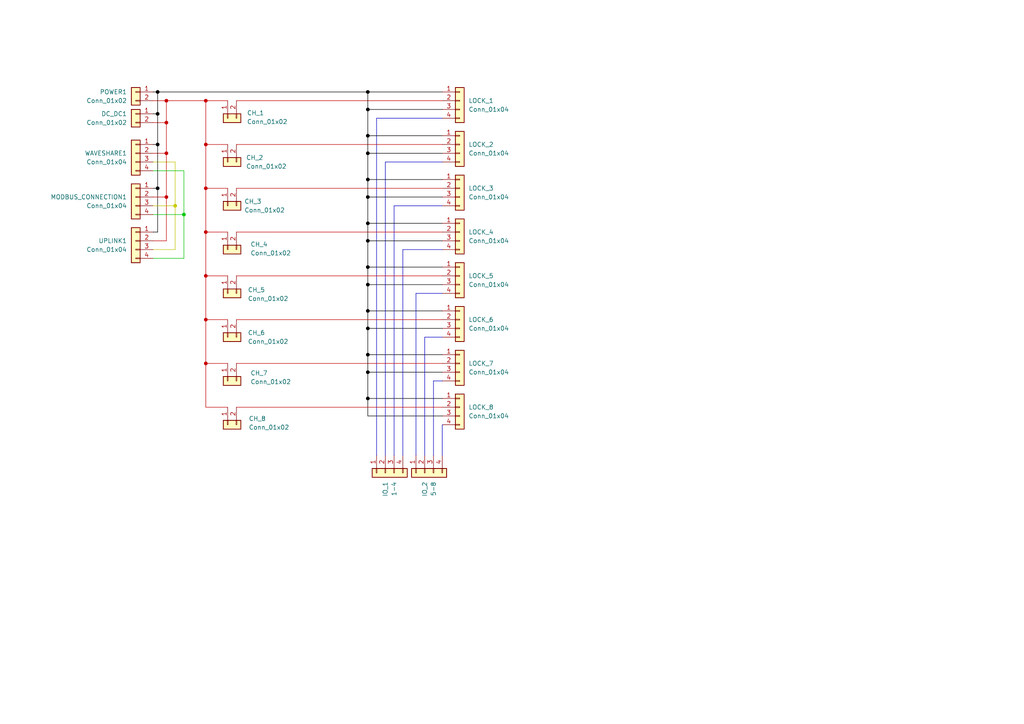
<source format=kicad_sch>
(kicad_sch (version 20250114) (generator "eeschema") (generator_version "9.0")
  (paper "A4")
  (lib_symbols
    (symbol "Connector_Generic:Conn_01x02" (pin_names (offset 1.016) (hide yes))
      (property "Reference" "J" (at 0 2.54 0))
      (property "Value" "Conn_01x02" (at 0 -5.08 0))
      (symbol "Conn_01x02_1_1"
        (rectangle (start -1.27 1.27) (end 1.27 -3.81) (stroke (width 0.254)) (fill (type background)))
        (rectangle (start -1.27 0.127) (end 0 -0.127) (stroke (width 0.1524)))
        (rectangle (start -1.27 -2.413) (end 0 -2.667) (stroke (width 0.1524)))
        (pin passive line (at -5.08 0 0) (length 3.81) (name "Pin_1") (number "1"))
        (pin passive line (at -5.08 -2.54 0) (length 3.81) (name "Pin_2") (number "2"))
      )
    )
    (symbol "Connector_Generic:Conn_01x04" (pin_names (offset 1.016) (hide yes))
      (property "Reference" "J" (at 0 5.08 0))
      (property "Value" "Conn_01x04" (at 0 -7.62 0))
      (symbol "Conn_01x04_1_1"
        (rectangle (start -1.27 3.81) (end 1.27 -6.35) (stroke (width 0.254)) (fill (type background)))
        (rectangle (start -1.27 2.667) (end 0 2.413) (stroke (width 0.1524)))
        (rectangle (start -1.27 0.127) (end 0 -0.127) (stroke (width 0.1524)))
        (rectangle (start -1.27 -2.413) (end 0 -2.667) (stroke (width 0.1524)))
        (rectangle (start -1.27 -4.953) (end 0 -5.207) (stroke (width 0.1524)))
        (pin passive line (at -5.08 2.54 0) (length 3.81) (name "Pin_1") (number "1"))
        (pin passive line (at -5.08 0 0) (length 3.81) (name "Pin_2") (number "2"))
        (pin passive line (at -5.08 -2.54 0) (length 3.81) (name "Pin_3") (number "3"))
        (pin passive line (at -5.08 -5.08 0) (length 3.81) (name "Pin_4") (number "4"))
      )
    )
  )
  (junction (at 59.69 41.91) (color 194 0 0 1))
  (junction (at 106.68 64.77) (color 0 0 0 1))
  (junction (at 106.68 39.37) (color 0 0 0 1))
  (junction (at 48.26 29.21) (color 194 0 0 1))
  (junction (at 106.68 69.85) (color 0 0 0 1))
  (junction (at 45.72 33.02) (color 0 0 0 1))
  (junction (at 59.69 54.61) (color 194 0 0 1))
  (junction (at 48.26 44.45) (color 194 0 0 1))
  (junction (at 53.34 62.23) (color 0 194 0 1))
  (junction (at 45.72 54.61) (color 0 0 0 1))
  (junction (at 50.8 59.69) (color 194 194 0 1))
  (junction (at 59.69 67.31) (color 194 0 0 1))
  (junction (at 45.72 41.91) (color 0 0 0 1))
  (junction (at 106.68 115.57) (color 0 0 0 1))
  (junction (at 48.26 57.15) (color 194 0 0 1))
  (junction (at 59.69 29.21) (color 194 0 0 1))
  (junction (at 106.68 77.47) (color 0 0 0 1))
  (junction (at 48.26 35.56) (color 194 0 0 1))
  (junction (at 106.68 82.55) (color 0 0 0 1))
  (junction (at 106.68 102.87) (color 0 0 0 1))
  (junction (at 59.69 105.41) (color 194 0 0 1))
  (junction (at 106.68 107.95) (color 0 0 0 1))
  (junction (at 59.69 92.71) (color 194 0 0 1))
  (junction (at 106.68 52.07) (color 0 0 0 1))
  (junction (at 45.72 26.67) (color 0 0 0 1))
  (junction (at 106.68 57.15) (color 0 0 0 1))
  (junction (at 106.68 90.17) (color 0 0 0 1))
  (junction (at 106.68 95.25) (color 0 0 0 1))
  (junction (at 59.69 80.01) (color 194 0 0 1))
  (junction (at 106.68 31.75) (color 0 0 0 1))
  (junction (at 106.68 44.45) (color 0 0 0 1))
  (junction (at 106.68 26.67) (color 0 0 0 1))
  (wire (pts (xy 68.58 54.61) (xy 128.27 54.61)) (stroke (width 0) (color 194 0 0 1)))
  (wire (pts (xy 120.65 132.08) (xy 120.65 85.09)) (stroke (width 0) (color 0 0 194 1)))
  (wire (pts (xy 128.27 52.07) (xy 106.68 52.07)) (stroke (width 0) (color 0 0 0 1)))
  (wire (pts (xy 48.26 29.21) (xy 59.69 29.21)) (stroke (width 0) (color 194 0 0 1)))
  (wire (pts (xy 53.34 62.23) (xy 44.45 62.23)) (stroke (width 0) (color 0 194 0 1)))
  (wire (pts (xy 106.68 90.17) (xy 106.68 82.55)) (stroke (width 0) (color 0 0 0 1)))
  (wire (pts (xy 106.68 95.25) (xy 106.68 90.17)) (stroke (width 0) (color 0 0 0 1)))
  (wire (pts (xy 106.68 77.47) (xy 106.68 69.85)) (stroke (width 0) (color 0 0 0 1)))
  (wire (pts (xy 106.68 120.65) (xy 106.68 115.57)) (stroke (width 0) (color 0 0 0 1)))
  (wire (pts (xy 44.45 46.99) (xy 50.8 46.99)) (stroke (width 0) (color 194 194 0 1)))
  (wire (pts (xy 66.04 41.91) (xy 59.69 41.91)) (stroke (width 0) (color 194 0 0 1)))
  (wire (pts (xy 116.84 132.08) (xy 116.84 72.39)) (stroke (width 0) (color 0 0 194 1)))
  (wire (pts (xy 106.68 44.45) (xy 106.68 39.37)) (stroke (width 0) (color 0 0 0 1)))
  (wire (pts (xy 44.45 35.56) (xy 48.26 35.56)) (stroke (width 0) (color 194 0 0 1)))
  (wire (pts (xy 116.84 72.39) (xy 128.27 72.39)) (stroke (width 0) (color 0 0 194 1)))
  (wire (pts (xy 106.68 39.37) (xy 106.68 31.75)) (stroke (width 0) (color 0 0 0 1)))
  (wire (pts (xy 106.68 69.85) (xy 128.27 69.85)) (stroke (width 0) (color 0 0 0 1)))
  (wire (pts (xy 44.45 54.61) (xy 45.72 54.61)) (stroke (width 0) (color 0 0 0 1)))
  (wire (pts (xy 106.68 115.57) (xy 106.68 107.95)) (stroke (width 0) (color 0 0 0 1)))
  (wire (pts (xy 53.34 62.23) (xy 53.34 74.93)) (stroke (width 0) (color 0 194 0 1)))
  (wire (pts (xy 128.27 90.17) (xy 106.68 90.17)) (stroke (width 0) (color 0 0 0 1)))
  (wire (pts (xy 50.8 59.69) (xy 44.45 59.69)) (stroke (width 0) (color 194 194 0 1)))
  (wire (pts (xy 45.72 54.61) (xy 45.72 41.91)) (stroke (width 0) (color 0 0 0 1)))
  (wire (pts (xy 68.58 41.91) (xy 128.27 41.91)) (stroke (width 0) (color 194 0 0 1)))
  (wire (pts (xy 44.45 49.53) (xy 53.34 49.53)) (stroke (width 0) (color 0 194 0 1)))
  (wire (pts (xy 106.68 69.85) (xy 106.68 64.77)) (stroke (width 0) (color 0 0 0 1)))
  (wire (pts (xy 109.22 34.29) (xy 128.27 34.29)) (stroke (width 0) (color 0 0 194 1)))
  (wire (pts (xy 106.68 31.75) (xy 106.68 26.67)) (stroke (width 0) (color 0 0 0 1)))
  (wire (pts (xy 44.45 69.85) (xy 48.26 69.85)) (stroke (width 0) (color 194 0 0 1)))
  (wire (pts (xy 128.27 132.08) (xy 128.27 123.19)) (stroke (width 0) (color 0 0 194 1)))
  (wire (pts (xy 106.68 57.15) (xy 128.27 57.15)) (stroke (width 0) (color 0 0 0 1)))
  (wire (pts (xy 68.58 67.31) (xy 128.27 67.31)) (stroke (width 0) (color 194 0 0 1)))
  (wire (pts (xy 50.8 72.39) (xy 50.8 59.69)) (stroke (width 0) (color 194 194 0 1)))
  (wire (pts (xy 45.72 26.67) (xy 106.68 26.67)) (stroke (width 0) (color 0 0 0 1)))
  (wire (pts (xy 106.68 52.07) (xy 106.68 44.45)) (stroke (width 0) (color 0 0 0 1)))
  (wire (pts (xy 48.26 57.15) (xy 48.26 44.45)) (stroke (width 0) (color 194 0 0 1)))
  (wire (pts (xy 120.65 85.09) (xy 128.27 85.09)) (stroke (width 0) (color 0 0 194 1)))
  (wire (pts (xy 106.68 107.95) (xy 106.68 102.87)) (stroke (width 0) (color 0 0 0 1)))
  (wire (pts (xy 106.68 64.77) (xy 106.68 57.15)) (stroke (width 0) (color 0 0 0 1)))
  (wire (pts (xy 59.69 92.71) (xy 59.69 80.01)) (stroke (width 0) (color 194 0 0 1)))
  (wire (pts (xy 59.69 54.61) (xy 59.69 41.91)) (stroke (width 0) (color 194 0 0 1)))
  (wire (pts (xy 128.27 105.41) (xy 68.58 105.41)) (stroke (width 0) (color 194 0 0 1)))
  (wire (pts (xy 123.19 97.79) (xy 123.19 132.08)) (stroke (width 0) (color 0 0 194 1)))
  (wire (pts (xy 68.58 92.71) (xy 128.27 92.71)) (stroke (width 0) (color 194 0 0 1)))
  (wire (pts (xy 66.04 92.71) (xy 59.69 92.71)) (stroke (width 0) (color 194 0 0 1)))
  (wire (pts (xy 106.68 102.87) (xy 106.68 95.25)) (stroke (width 0) (color 0 0 0 1)))
  (wire (pts (xy 59.69 41.91) (xy 59.69 29.21)) (stroke (width 0) (color 194 0 0 1)))
  (wire (pts (xy 59.69 118.11) (xy 59.69 105.41)) (stroke (width 0) (color 194 0 0 1)))
  (wire (pts (xy 106.68 26.67) (xy 128.27 26.67)) (stroke (width 0) (color 0 0 0 1)))
  (wire (pts (xy 106.68 107.95) (xy 128.27 107.95)) (stroke (width 0) (color 0 0 0 1)))
  (wire (pts (xy 109.22 132.08) (xy 109.22 34.29)) (stroke (width 0) (color 0 0 194 1)))
  (wire (pts (xy 111.76 132.08) (xy 111.76 46.99)) (stroke (width 0) (color 0 0 194 1)))
  (wire (pts (xy 53.34 49.53) (xy 53.34 62.23)) (stroke (width 0) (color 0 194 0 1)))
  (wire (pts (xy 59.69 105.41) (xy 59.69 92.71)) (stroke (width 0) (color 194 0 0 1)))
  (wire (pts (xy 44.45 26.67) (xy 45.72 26.67)) (stroke (width 0) (color 0 0 0 1)))
  (wire (pts (xy 68.58 29.21) (xy 128.27 29.21)) (stroke (width 0) (color 194 0 0 1)))
  (wire (pts (xy 128.27 64.77) (xy 106.68 64.77)) (stroke (width 0) (color 0 0 0 1)))
  (wire (pts (xy 44.45 57.15) (xy 48.26 57.15)) (stroke (width 0) (color 194 0 0 1)))
  (wire (pts (xy 44.45 74.93) (xy 53.34 74.93)) (stroke (width 0) (color 0 194 0 1)))
  (wire (pts (xy 66.04 54.61) (xy 59.69 54.61)) (stroke (width 0) (color 194 0 0 1)))
  (wire (pts (xy 45.72 33.02) (xy 45.72 26.67)) (stroke (width 0) (color 0 0 0 1)))
  (wire (pts (xy 128.27 115.57) (xy 106.68 115.57)) (stroke (width 0) (color 0 0 0 1)))
  (wire (pts (xy 44.45 29.21) (xy 48.26 29.21)) (stroke (width 0) (color 194 0 0 1)))
  (wire (pts (xy 114.3 59.69) (xy 128.27 59.69)) (stroke (width 0) (color 0 0 194 1)))
  (wire (pts (xy 44.45 67.31) (xy 45.72 67.31)) (stroke (width 0) (color 0 0 0 1)))
  (wire (pts (xy 59.69 29.21) (xy 66.04 29.21)) (stroke (width 0) (color 194 0 0 1)))
  (wire (pts (xy 59.69 67.31) (xy 59.69 54.61)) (stroke (width 0) (color 194 0 0 1)))
  (wire (pts (xy 106.68 31.75) (xy 128.27 31.75)) (stroke (width 0) (color 0 0 0 1)))
  (wire (pts (xy 66.04 118.11) (xy 59.69 118.11)) (stroke (width 0) (color 194 0 0 1)))
  (wire (pts (xy 128.27 39.37) (xy 106.68 39.37)) (stroke (width 0) (color 0 0 0 1)))
  (wire (pts (xy 66.04 105.41) (xy 59.69 105.41)) (stroke (width 0) (color 194 0 0 1)))
  (wire (pts (xy 44.45 72.39) (xy 50.8 72.39)) (stroke (width 0) (color 194 194 0 1)))
  (wire (pts (xy 68.58 118.11) (xy 128.27 118.11)) (stroke (width 0) (color 194 0 0 1)))
  (wire (pts (xy 48.26 44.45) (xy 48.26 35.56)) (stroke (width 0) (color 194 0 0 1)))
  (wire (pts (xy 45.72 41.91) (xy 45.72 33.02)) (stroke (width 0) (color 0 0 0 1)))
  (wire (pts (xy 106.68 82.55) (xy 128.27 82.55)) (stroke (width 0) (color 0 0 0 1)))
  (wire (pts (xy 50.8 46.99) (xy 50.8 59.69)) (stroke (width 0) (color 194 194 0 1)))
  (wire (pts (xy 48.26 35.56) (xy 48.26 29.21)) (stroke (width 0) (color 194 0 0 1)))
  (wire (pts (xy 106.68 95.25) (xy 128.27 95.25)) (stroke (width 0) (color 0 0 0 1)))
  (wire (pts (xy 114.3 132.08) (xy 114.3 59.69)) (stroke (width 0) (color 0 0 194 1)))
  (wire (pts (xy 128.27 120.65) (xy 106.68 120.65)) (stroke (width 0) (color 0 0 0 1)))
  (wire (pts (xy 106.68 57.15) (xy 106.68 52.07)) (stroke (width 0) (color 0 0 0 1)))
  (wire (pts (xy 48.26 69.85) (xy 48.26 57.15)) (stroke (width 0) (color 194 0 0 1)))
  (wire (pts (xy 44.45 44.45) (xy 48.26 44.45)) (stroke (width 0) (color 194 0 0 1)))
  (wire (pts (xy 66.04 67.31) (xy 59.69 67.31)) (stroke (width 0) (color 194 0 0 1)))
  (wire (pts (xy 106.68 82.55) (xy 106.68 77.47)) (stroke (width 0) (color 0 0 0 1)))
  (wire (pts (xy 125.73 132.08) (xy 125.73 110.49)) (stroke (width 0) (color 0 0 194 1)))
  (wire (pts (xy 128.27 102.87) (xy 106.68 102.87)) (stroke (width 0) (color 0 0 0 1)))
  (wire (pts (xy 128.27 77.47) (xy 106.68 77.47)) (stroke (width 0) (color 0 0 0 1)))
  (wire (pts (xy 68.58 80.01) (xy 128.27 80.01)) (stroke (width 0) (color 194 0 0 1)))
  (wire (pts (xy 128.27 97.79) (xy 123.19 97.79)) (stroke (width 0) (color 0 0 194 1)))
  (wire (pts (xy 45.72 67.31) (xy 45.72 54.61)) (stroke (width 0) (color 0 0 0 1)))
  (wire (pts (xy 106.68 44.45) (xy 128.27 44.45)) (stroke (width 0) (color 0 0 0 1)))
  (wire (pts (xy 44.45 33.02) (xy 45.72 33.02)) (stroke (width 0) (color 0 0 0 1)))
  (wire (pts (xy 125.73 110.49) (xy 128.27 110.49)) (stroke (width 0) (color 0 0 194 1)))
  (wire (pts (xy 66.04 80.01) (xy 59.69 80.01)) (stroke (width 0) (color 194 0 0 1)))
  (wire (pts (xy 44.45 41.91) (xy 45.72 41.91)) (stroke (width 0) (color 0 0 0 1)))
  (wire (pts (xy 111.76 46.99) (xy 128.27 46.99)) (stroke (width 0) (color 0 0 194 1)))
  (wire (pts (xy 59.69 80.01) (xy 59.69 67.31)) (stroke (width 0) (color 194 0 0 1)))
  (symbol (lib_id "Connector_Generic:Conn_01x04") (at 133.35 67.31 0) (unit 1)
    (property "Reference" "LOCK_4" (at 135.89 67.3099 0) (effects (justify left)))
    (property "Value" "Conn_01x04" (at 135.89 69.8499 0) (effects (justify left)))
    (property "Footprint" "Connector_JST:JST_XH_B4B-XH-A_1x04_P2.50mm_Vertical" (effects (hide yes)))
    (property "Description" "Generic connector, single row, 01x04, script generated (kicad-library-utils/schlib/autogen/connector/)" (effects (hide yes)))
  )
  (symbol (lib_id "Connector_Generic:Conn_01x04") (at 133.35 54.61 0) (unit 1)
    (property "Reference" "LOCK_3" (at 135.89 54.6099 0) (effects (justify left)))
    (property "Value" "Conn_01x04" (at 135.89 57.1499 0) (effects (justify left)))
    (property "Footprint" "Connector_JST:JST_XH_B4B-XH-A_1x04_P2.50mm_Vertical" (effects (hide yes)))
    (property "Description" "Generic connector, single row, 01x04, script generated (kicad-library-utils/schlib/autogen/connector/)" (effects (hide yes)))
  )
  (symbol (lib_id "Connector_Generic:Conn_01x04") (at 133.35 41.91 0) (unit 1)
    (property "Reference" "LOCK_2" (at 135.89 41.9099 0) (effects (justify left)))
    (property "Value" "Conn_01x04" (at 135.89 44.4499 0) (effects (justify left)))
    (property "Footprint" "Connector_JST:JST_XH_B4B-XH-A_1x04_P2.50mm_Vertical" (effects (hide yes)))
    (property "Description" "Generic connector, single row, 01x04, script generated (kicad-library-utils/schlib/autogen/connector/)" (effects (hide yes)))
  )
  (symbol (lib_id "Connector_Generic:Conn_01x04") (at 133.35 80.01 0) (unit 1)
    (property "Reference" "LOCK_5" (at 135.89 80.0099 0) (effects (justify left)))
    (property "Value" "Conn_01x04" (at 135.89 82.5499 0) (effects (justify left)))
    (property "Footprint" "Connector_JST:JST_XH_B4B-XH-A_1x04_P2.50mm_Vertical" (effects (hide yes)))
    (property "Description" "Generic connector, single row, 01x04, script generated (kicad-library-utils/schlib/autogen/connector/)" (effects (hide yes)))
  )
  (symbol (lib_id "Connector_Generic:Conn_01x04") (at 111.76 137.16 90) (mirror x) (unit 1)
    (property "Reference" "IO_1" (at 111.7599 139.7 0) (effects (justify left)))
    (property "Value" "1-4" (at 114.2999 139.7 0) (effects (justify left)))
    (property "Footprint" "Connector_JST:JST_XH_B4B-XH-A_1x04_P2.50mm_Vertical" (effects (hide yes)))
    (property "Description" "Generic connector, single row, 01x04, script generated (kicad-library-utils/schlib/autogen/connector/)" (effects (hide yes)))
  )
  (symbol (lib_id "Connector_Generic:Conn_01x04") (at 133.35 118.11 0) (unit 1)
    (property "Reference" "LOCK_8" (at 135.89 118.1099 0) (effects (justify left)))
    (property "Value" "Conn_01x04" (at 135.89 120.6499 0) (effects (justify left)))
    (property "Footprint" "Connector_JST:JST_XH_B4B-XH-A_1x04_P2.50mm_Vertical" (effects (hide yes)))
    (property "Description" "Generic connector, single row, 01x04, script generated (kicad-library-utils/schlib/autogen/connector/)" (effects (hide yes)))
  )
  (symbol (lib_id "Connector_Generic:Conn_01x02") (at 66.04 72.39 90) (mirror x) (unit 1)
    (property "Reference" "CH_4" (at 72.644 70.866 90) (effects (justify right)))
    (property "Value" "Conn_01x02" (at 72.644 73.406 90) (effects (justify right)))
    (property "Footprint" "Connector_JST:JST_XH_B2B-XH-A_1x02_P2.50mm_Vertical" (effects (hide yes)))
    (property "Description" "Generic connector, single row, 01x02, script generated (kicad-library-utils/schlib/autogen/connector/)" (effects (hide yes)))
  )
  (symbol (lib_id "Connector_Generic:Conn_01x04") (at 39.37 44.45 0) (mirror y) (unit 1)
    (property "Reference" "WAVESHARE1" (at 36.83 44.4499 0) (effects (justify left)))
    (property "Value" "Conn_01x04" (at 36.83 46.9899 0) (effects (justify left)))
    (property "Footprint" "Connector_JST:JST_XH_B4B-XH-A_1x04_P2.50mm_Vertical" (effects (hide yes)))
    (property "Description" "Generic connector, single row, 01x04, script generated (kicad-library-utils/schlib/autogen/connector/)" (effects (hide yes)))
  )
  (symbol (lib_id "Connector_Generic:Conn_01x02") (at 66.04 110.49 90) (mirror x) (unit 1)
    (property "Reference" "CH_7" (at 72.644 108.204 90) (effects (justify right)))
    (property "Value" "Conn_01x02" (at 72.644 110.744 90) (effects (justify right)))
    (property "Footprint" "Connector_JST:JST_XH_B2B-XH-A_1x02_P2.50mm_Vertical" (effects (hide yes)))
    (property "Description" "Generic connector, single row, 01x02, script generated (kicad-library-utils/schlib/autogen/connector/)" (effects (hide yes)))
  )
  (symbol (lib_id "Connector_Generic:Conn_01x02") (at 66.04 46.99 90) (mirror x) (unit 1)
    (property "Reference" "CH_2" (at 71.374 45.72 90) (effects (justify right)))
    (property "Value" "Conn_01x02" (at 71.374 48.26 90) (effects (justify right)))
    (property "Footprint" "Connector_JST:JST_XH_B2B-XH-A_1x02_P2.50mm_Vertical" (effects (hide yes)))
    (property "Description" "Generic connector, single row, 01x02, script generated (kicad-library-utils/schlib/autogen/connector/)" (effects (hide yes)))
  )
  (symbol (lib_id "Connector_Generic:Conn_01x04") (at 39.37 57.15 0) (mirror y) (unit 1)
    (property "Reference" "MODBUS_CONNECTION1" (at 36.83 57.1499 0) (effects (justify left)))
    (property "Value" "Conn_01x04" (at 36.83 59.6899 0) (effects (justify left)))
    (property "Footprint" "Connector_JST:JST_XH_B4B-XH-A_1x04_P2.50mm_Vertical" (effects (hide yes)))
    (property "Description" "Generic connector, single row, 01x04, script generated (kicad-library-utils/schlib/autogen/connector/)" (effects (hide yes)))
  )
  (symbol (lib_id "Connector_Generic:Conn_01x02") (at 66.04 34.29 90) (mirror x) (unit 1)
    (property "Reference" "CH_1" (at 71.628 32.766 90) (effects (justify right)))
    (property "Value" "Conn_01x02" (at 71.628 35.306 90) (effects (justify right)))
    (property "Footprint" "Connector_JST:JST_XH_B2B-XH-A_1x02_P2.50mm_Vertical" (effects (hide yes)))
    (property "Description" "Generic connector, single row, 01x02, script generated (kicad-library-utils/schlib/autogen/connector/)" (effects (hide yes)))
  )
  (symbol (lib_id "Connector_Generic:Conn_01x04") (at 133.35 29.21 0) (unit 1)
    (property "Reference" "LOCK_1" (at 135.89 29.2099 0) (effects (justify left)))
    (property "Value" "Conn_01x04" (at 135.89 31.7499 0) (effects (justify left)))
    (property "Footprint" "Connector_JST:JST_XH_B4B-XH-A_1x04_P2.50mm_Vertical" (effects (hide yes)))
    (property "Description" "Generic connector, single row, 01x04, script generated (kicad-library-utils/schlib/autogen/connector/)" (effects (hide yes)))
  )
  (symbol (lib_id "Connector_Generic:Conn_01x02") (at 66.04 85.09 90) (mirror x) (unit 1)
    (property "Reference" "CH_5" (at 71.882 84.074 90) (effects (justify right)))
    (property "Value" "Conn_01x02" (at 71.882 86.614 90) (effects (justify right)))
    (property "Footprint" "Connector_JST:JST_XH_B2B-XH-A_1x02_P2.50mm_Vertical" (effects (hide yes)))
    (property "Description" "Generic connector, single row, 01x02, script generated (kicad-library-utils/schlib/autogen/connector/)" (effects (hide yes)))
  )
  (symbol (lib_id "Connector_Generic:Conn_01x02") (at 39.37 33.02 0) (mirror y) (unit 1)
    (property "Reference" "DC_DC1" (at 36.83 33.0199 0) (effects (justify left)))
    (property "Value" "Conn_01x02" (at 36.83 35.5599 0) (effects (justify left)))
    (property "Footprint" "Connector_JST:JST_XH_B2B-XH-A_1x02_P2.50mm_Vertical" (effects (hide yes)))
    (property "Description" "Generic connector, single row, 01x02, script generated (kicad-library-utils/schlib/autogen/connector/)" (effects (hide yes)))
  )
  (symbol (lib_id "Connector_Generic:Conn_01x02") (at 66.04 59.69 90) (mirror x) (unit 1)
    (property "Reference" "CH_3" (at 70.866 58.42 90) (effects (justify right)))
    (property "Value" "Conn_01x02" (at 70.866 60.96 90) (effects (justify right)))
    (property "Footprint" "Connector_JST:JST_XH_B2B-XH-A_1x02_P2.50mm_Vertical" (effects (hide yes)))
    (property "Description" "Generic connector, single row, 01x02, script generated (kicad-library-utils/schlib/autogen/connector/)" (effects (hide yes)))
  )
  (symbol (lib_id "Connector_Generic:Conn_01x02") (at 39.37 26.67 0) (mirror y) (unit 1)
    (property "Reference" "POWER1" (at 36.83 26.6699 0) (effects (justify left)))
    (property "Value" "Conn_01x02" (at 36.83 29.2099 0) (effects (justify left)))
    (property "Footprint" "Connector_JST:JST_XH_B2B-XH-A_1x02_P2.50mm_Vertical" (effects (hide yes)))
    (property "Description" "Generic connector, single row, 01x02, script generated (kicad-library-utils/schlib/autogen/connector/)" (effects (hide yes)))
  )
  (symbol (lib_id "Connector_Generic:Conn_01x04") (at 133.35 92.71 0) (unit 1)
    (property "Reference" "LOCK_6" (at 135.89 92.7099 0) (effects (justify left)))
    (property "Value" "Conn_01x04" (at 135.89 95.2499 0) (effects (justify left)))
    (property "Footprint" "Connector_JST:JST_XH_B4B-XH-A_1x04_P2.50mm_Vertical" (effects (hide yes)))
    (property "Description" "Generic connector, single row, 01x04, script generated (kicad-library-utils/schlib/autogen/connector/)" (effects (hide yes)))
  )
  (symbol (lib_id "Connector_Generic:Conn_01x02") (at 66.04 123.19 90) (mirror x) (unit 1)
    (property "Reference" "CH_8" (at 72.136 121.412 90) (effects (justify right)))
    (property "Value" "Conn_01x02" (at 72.136 123.952 90) (effects (justify right)))
    (property "Footprint" "Connector_JST:JST_XH_B2B-XH-A_1x02_P2.50mm_Vertical" (effects (hide yes)))
    (property "Description" "Generic connector, single row, 01x02, script generated (kicad-library-utils/schlib/autogen/connector/)" (effects (hide yes)))
  )
  (symbol (lib_id "Connector_Generic:Conn_01x04") (at 133.35 105.41 0) (unit 1)
    (property "Reference" "LOCK_7" (at 135.89 105.4099 0) (effects (justify left)))
    (property "Value" "Conn_01x04" (at 135.89 107.9499 0) (effects (justify left)))
    (property "Footprint" "Connector_JST:JST_XH_B4B-XH-A_1x04_P2.50mm_Vertical" (effects (hide yes)))
    (property "Description" "Generic connector, single row, 01x04, script generated (kicad-library-utils/schlib/autogen/connector/)" (effects (hide yes)))
  )
  (symbol (lib_id "Connector_Generic:Conn_01x04") (at 39.37 69.85 0) (mirror y) (unit 1)
    (property "Reference" "UPLINK1" (at 36.83 69.8499 0) (effects (justify left)))
    (property "Value" "Conn_01x04" (at 36.83 72.3899 0) (effects (justify left)))
    (property "Footprint" "Connector_JST:JST_XH_B4B-XH-A_1x04_P2.50mm_Vertical" (effects (hide yes)))
    (property "Description" "Generic connector, single row, 01x04, script generated (kicad-library-utils/schlib/autogen/connector/)" (effects (hide yes)))
  )
  (symbol (lib_id "Connector_Generic:Conn_01x02") (at 66.04 97.79 90) (mirror x) (unit 1)
    (property "Reference" "CH_6" (at 71.882 96.52 90) (effects (justify right)))
    (property "Value" "Conn_01x02" (at 71.882 99.06 90) (effects (justify right)))
    (property "Footprint" "Connector_JST:JST_XH_B2B-XH-A_1x02_P2.50mm_Vertical" (effects (hide yes)))
    (property "Description" "Generic connector, single row, 01x02, script generated (kicad-library-utils/schlib/autogen/connector/)" (effects (hide yes)))
  )
  (symbol (lib_id "Connector_Generic:Conn_01x04") (at 123.19 137.16 90) (mirror x) (unit 1)
    (property "Reference" "IO_2" (at 123.1899 139.7 0) (effects (justify left)))
    (property "Value" "5-8" (at 125.7299 139.7 0) (effects (justify left)))
    (property "Footprint" "Connector_JST:JST_XH_B4B-XH-A_1x04_P2.50mm_Vertical" (effects (hide yes)))
    (property "Description" "Generic connector, single row, 01x04, script generated (kicad-library-utils/schlib/autogen/connector/)" (effects (hide yes)))
  )
)
</source>
